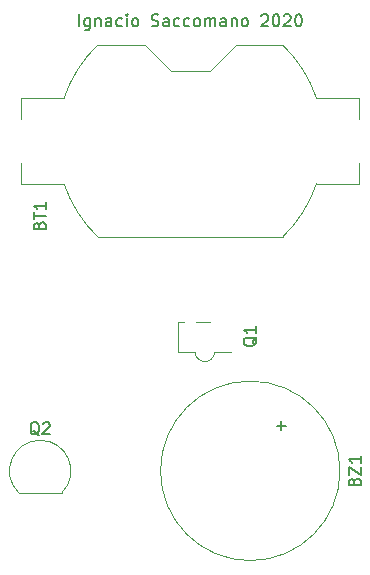
<source format=gbr>
%TF.GenerationSoftware,KiCad,Pcbnew,(5.1.7)-1*%
%TF.CreationDate,2020-12-06T23:53:20-03:00*%
%TF.ProjectId,PrimerProyecto,5072696d-6572-4507-926f-796563746f2e,rev?*%
%TF.SameCoordinates,Original*%
%TF.FileFunction,Legend,Top*%
%TF.FilePolarity,Positive*%
%FSLAX46Y46*%
G04 Gerber Fmt 4.6, Leading zero omitted, Abs format (unit mm)*
G04 Created by KiCad (PCBNEW (5.1.7)-1) date 2020-12-06 23:53:20*
%MOMM*%
%LPD*%
G01*
G04 APERTURE LIST*
%ADD10C,0.150000*%
%ADD11C,0.120000*%
G04 APERTURE END LIST*
D10*
X118865238Y-62682380D02*
X118865238Y-61682380D01*
X119770000Y-62015714D02*
X119770000Y-62825238D01*
X119722380Y-62920476D01*
X119674761Y-62968095D01*
X119579523Y-63015714D01*
X119436666Y-63015714D01*
X119341428Y-62968095D01*
X119770000Y-62634761D02*
X119674761Y-62682380D01*
X119484285Y-62682380D01*
X119389047Y-62634761D01*
X119341428Y-62587142D01*
X119293809Y-62491904D01*
X119293809Y-62206190D01*
X119341428Y-62110952D01*
X119389047Y-62063333D01*
X119484285Y-62015714D01*
X119674761Y-62015714D01*
X119770000Y-62063333D01*
X120246190Y-62015714D02*
X120246190Y-62682380D01*
X120246190Y-62110952D02*
X120293809Y-62063333D01*
X120389047Y-62015714D01*
X120531904Y-62015714D01*
X120627142Y-62063333D01*
X120674761Y-62158571D01*
X120674761Y-62682380D01*
X121579523Y-62682380D02*
X121579523Y-62158571D01*
X121531904Y-62063333D01*
X121436666Y-62015714D01*
X121246190Y-62015714D01*
X121150952Y-62063333D01*
X121579523Y-62634761D02*
X121484285Y-62682380D01*
X121246190Y-62682380D01*
X121150952Y-62634761D01*
X121103333Y-62539523D01*
X121103333Y-62444285D01*
X121150952Y-62349047D01*
X121246190Y-62301428D01*
X121484285Y-62301428D01*
X121579523Y-62253809D01*
X122484285Y-62634761D02*
X122389047Y-62682380D01*
X122198571Y-62682380D01*
X122103333Y-62634761D01*
X122055714Y-62587142D01*
X122008095Y-62491904D01*
X122008095Y-62206190D01*
X122055714Y-62110952D01*
X122103333Y-62063333D01*
X122198571Y-62015714D01*
X122389047Y-62015714D01*
X122484285Y-62063333D01*
X122912857Y-62682380D02*
X122912857Y-62015714D01*
X122912857Y-61682380D02*
X122865238Y-61730000D01*
X122912857Y-61777619D01*
X122960476Y-61730000D01*
X122912857Y-61682380D01*
X122912857Y-61777619D01*
X123531904Y-62682380D02*
X123436666Y-62634761D01*
X123389047Y-62587142D01*
X123341428Y-62491904D01*
X123341428Y-62206190D01*
X123389047Y-62110952D01*
X123436666Y-62063333D01*
X123531904Y-62015714D01*
X123674761Y-62015714D01*
X123770000Y-62063333D01*
X123817619Y-62110952D01*
X123865238Y-62206190D01*
X123865238Y-62491904D01*
X123817619Y-62587142D01*
X123770000Y-62634761D01*
X123674761Y-62682380D01*
X123531904Y-62682380D01*
X125008095Y-62634761D02*
X125150952Y-62682380D01*
X125389047Y-62682380D01*
X125484285Y-62634761D01*
X125531904Y-62587142D01*
X125579523Y-62491904D01*
X125579523Y-62396666D01*
X125531904Y-62301428D01*
X125484285Y-62253809D01*
X125389047Y-62206190D01*
X125198571Y-62158571D01*
X125103333Y-62110952D01*
X125055714Y-62063333D01*
X125008095Y-61968095D01*
X125008095Y-61872857D01*
X125055714Y-61777619D01*
X125103333Y-61730000D01*
X125198571Y-61682380D01*
X125436666Y-61682380D01*
X125579523Y-61730000D01*
X126436666Y-62682380D02*
X126436666Y-62158571D01*
X126389047Y-62063333D01*
X126293809Y-62015714D01*
X126103333Y-62015714D01*
X126008095Y-62063333D01*
X126436666Y-62634761D02*
X126341428Y-62682380D01*
X126103333Y-62682380D01*
X126008095Y-62634761D01*
X125960476Y-62539523D01*
X125960476Y-62444285D01*
X126008095Y-62349047D01*
X126103333Y-62301428D01*
X126341428Y-62301428D01*
X126436666Y-62253809D01*
X127341428Y-62634761D02*
X127246190Y-62682380D01*
X127055714Y-62682380D01*
X126960476Y-62634761D01*
X126912857Y-62587142D01*
X126865238Y-62491904D01*
X126865238Y-62206190D01*
X126912857Y-62110952D01*
X126960476Y-62063333D01*
X127055714Y-62015714D01*
X127246190Y-62015714D01*
X127341428Y-62063333D01*
X128198571Y-62634761D02*
X128103333Y-62682380D01*
X127912857Y-62682380D01*
X127817619Y-62634761D01*
X127770000Y-62587142D01*
X127722380Y-62491904D01*
X127722380Y-62206190D01*
X127770000Y-62110952D01*
X127817619Y-62063333D01*
X127912857Y-62015714D01*
X128103333Y-62015714D01*
X128198571Y-62063333D01*
X128770000Y-62682380D02*
X128674761Y-62634761D01*
X128627142Y-62587142D01*
X128579523Y-62491904D01*
X128579523Y-62206190D01*
X128627142Y-62110952D01*
X128674761Y-62063333D01*
X128770000Y-62015714D01*
X128912857Y-62015714D01*
X129008095Y-62063333D01*
X129055714Y-62110952D01*
X129103333Y-62206190D01*
X129103333Y-62491904D01*
X129055714Y-62587142D01*
X129008095Y-62634761D01*
X128912857Y-62682380D01*
X128770000Y-62682380D01*
X129531904Y-62682380D02*
X129531904Y-62015714D01*
X129531904Y-62110952D02*
X129579523Y-62063333D01*
X129674761Y-62015714D01*
X129817619Y-62015714D01*
X129912857Y-62063333D01*
X129960476Y-62158571D01*
X129960476Y-62682380D01*
X129960476Y-62158571D02*
X130008095Y-62063333D01*
X130103333Y-62015714D01*
X130246190Y-62015714D01*
X130341428Y-62063333D01*
X130389047Y-62158571D01*
X130389047Y-62682380D01*
X131293809Y-62682380D02*
X131293809Y-62158571D01*
X131246190Y-62063333D01*
X131150952Y-62015714D01*
X130960476Y-62015714D01*
X130865238Y-62063333D01*
X131293809Y-62634761D02*
X131198571Y-62682380D01*
X130960476Y-62682380D01*
X130865238Y-62634761D01*
X130817619Y-62539523D01*
X130817619Y-62444285D01*
X130865238Y-62349047D01*
X130960476Y-62301428D01*
X131198571Y-62301428D01*
X131293809Y-62253809D01*
X131770000Y-62015714D02*
X131770000Y-62682380D01*
X131770000Y-62110952D02*
X131817619Y-62063333D01*
X131912857Y-62015714D01*
X132055714Y-62015714D01*
X132150952Y-62063333D01*
X132198571Y-62158571D01*
X132198571Y-62682380D01*
X132817619Y-62682380D02*
X132722380Y-62634761D01*
X132674761Y-62587142D01*
X132627142Y-62491904D01*
X132627142Y-62206190D01*
X132674761Y-62110952D01*
X132722380Y-62063333D01*
X132817619Y-62015714D01*
X132960476Y-62015714D01*
X133055714Y-62063333D01*
X133103333Y-62110952D01*
X133150952Y-62206190D01*
X133150952Y-62491904D01*
X133103333Y-62587142D01*
X133055714Y-62634761D01*
X132960476Y-62682380D01*
X132817619Y-62682380D01*
X134293809Y-61777619D02*
X134341428Y-61730000D01*
X134436666Y-61682380D01*
X134674761Y-61682380D01*
X134770000Y-61730000D01*
X134817619Y-61777619D01*
X134865238Y-61872857D01*
X134865238Y-61968095D01*
X134817619Y-62110952D01*
X134246190Y-62682380D01*
X134865238Y-62682380D01*
X135484285Y-61682380D02*
X135579523Y-61682380D01*
X135674761Y-61730000D01*
X135722380Y-61777619D01*
X135770000Y-61872857D01*
X135817619Y-62063333D01*
X135817619Y-62301428D01*
X135770000Y-62491904D01*
X135722380Y-62587142D01*
X135674761Y-62634761D01*
X135579523Y-62682380D01*
X135484285Y-62682380D01*
X135389047Y-62634761D01*
X135341428Y-62587142D01*
X135293809Y-62491904D01*
X135246190Y-62301428D01*
X135246190Y-62063333D01*
X135293809Y-61872857D01*
X135341428Y-61777619D01*
X135389047Y-61730000D01*
X135484285Y-61682380D01*
X136198571Y-61777619D02*
X136246190Y-61730000D01*
X136341428Y-61682380D01*
X136579523Y-61682380D01*
X136674761Y-61730000D01*
X136722380Y-61777619D01*
X136770000Y-61872857D01*
X136770000Y-61968095D01*
X136722380Y-62110952D01*
X136150952Y-62682380D01*
X136770000Y-62682380D01*
X137389047Y-61682380D02*
X137484285Y-61682380D01*
X137579523Y-61730000D01*
X137627142Y-61777619D01*
X137674761Y-61872857D01*
X137722380Y-62063333D01*
X137722380Y-62301428D01*
X137674761Y-62491904D01*
X137627142Y-62587142D01*
X137579523Y-62634761D01*
X137484285Y-62682380D01*
X137389047Y-62682380D01*
X137293809Y-62634761D01*
X137246190Y-62587142D01*
X137198571Y-62491904D01*
X137150952Y-62301428D01*
X137150952Y-62063333D01*
X137198571Y-61872857D01*
X137246190Y-61777619D01*
X137293809Y-61730000D01*
X137389047Y-61682380D01*
D11*
%TO.C,Q2*%
X113770000Y-102180000D02*
X117370000Y-102180000D01*
X113731522Y-102168478D02*
G75*
G02*
X115570000Y-97730000I1838478J1838478D01*
G01*
X117408478Y-102168478D02*
G75*
G03*
X115570000Y-97730000I-1838478J1838478D01*
G01*
%TO.C,BT1*%
X142580000Y-76000000D02*
X138962000Y-76000000D01*
X142580000Y-74290000D02*
X142580000Y-76000000D01*
X136117300Y-80500000D02*
X120422700Y-80500000D01*
X113960000Y-74290000D02*
X113960000Y-76000000D01*
X117578000Y-76000000D02*
X113960000Y-76000000D01*
X113960000Y-68780000D02*
X117578000Y-68780000D01*
X113960000Y-70490000D02*
X113960000Y-68780000D01*
X120422700Y-64280000D02*
X124410000Y-64280000D01*
X126610000Y-66480000D02*
X124410000Y-64280000D01*
X126610000Y-66480000D02*
X129930000Y-66480000D01*
X129930000Y-66480000D02*
X132130000Y-64280000D01*
X132130000Y-64280000D02*
X136117300Y-64280000D01*
X138962000Y-68780000D02*
X142580000Y-68780000D01*
X142580000Y-70490000D02*
X142580000Y-68780000D01*
X136115370Y-80501789D02*
G75*
G03*
X138962000Y-76000000I-7845370J8111789D01*
G01*
X120424630Y-64278211D02*
G75*
G03*
X117578000Y-68780000I7845370J-8111789D01*
G01*
X120424630Y-80501789D02*
G75*
G02*
X117578000Y-76000000I7845370J8111789D01*
G01*
X136115370Y-64278211D02*
G75*
G02*
X138962000Y-68780000I-7845370J-8111789D01*
G01*
%TO.C,BZ1*%
X140950000Y-100320000D02*
G75*
G03*
X140950000Y-100320000I-7600000J0D01*
G01*
%TO.C,Q1*%
X131740000Y-90300000D02*
X130360000Y-90300000D01*
X128660000Y-90300000D02*
X127200000Y-90300000D01*
X128760000Y-87760000D02*
X129940000Y-87760000D01*
X127200000Y-90300000D02*
X127200000Y-87760000D01*
X127200000Y-87760000D02*
X127770000Y-87760000D01*
X128660000Y-90300000D02*
G75*
G03*
X129610000Y-91050000I850000J100000D01*
G01*
X129410000Y-91050000D02*
G75*
G03*
X130360000Y-90300000I100000J850000D01*
G01*
%TO.C,Q2*%
D10*
X115474761Y-97317619D02*
X115379523Y-97270000D01*
X115284285Y-97174761D01*
X115141428Y-97031904D01*
X115046190Y-96984285D01*
X114950952Y-96984285D01*
X114998571Y-97222380D02*
X114903333Y-97174761D01*
X114808095Y-97079523D01*
X114760476Y-96889047D01*
X114760476Y-96555714D01*
X114808095Y-96365238D01*
X114903333Y-96270000D01*
X114998571Y-96222380D01*
X115189047Y-96222380D01*
X115284285Y-96270000D01*
X115379523Y-96365238D01*
X115427142Y-96555714D01*
X115427142Y-96889047D01*
X115379523Y-97079523D01*
X115284285Y-97174761D01*
X115189047Y-97222380D01*
X114998571Y-97222380D01*
X115808095Y-96317619D02*
X115855714Y-96270000D01*
X115950952Y-96222380D01*
X116189047Y-96222380D01*
X116284285Y-96270000D01*
X116331904Y-96317619D01*
X116379523Y-96412857D01*
X116379523Y-96508095D01*
X116331904Y-96650952D01*
X115760476Y-97222380D01*
X116379523Y-97222380D01*
%TO.C,BT1*%
X115498571Y-79525714D02*
X115546190Y-79382857D01*
X115593809Y-79335238D01*
X115689047Y-79287619D01*
X115831904Y-79287619D01*
X115927142Y-79335238D01*
X115974761Y-79382857D01*
X116022380Y-79478095D01*
X116022380Y-79859047D01*
X115022380Y-79859047D01*
X115022380Y-79525714D01*
X115070000Y-79430476D01*
X115117619Y-79382857D01*
X115212857Y-79335238D01*
X115308095Y-79335238D01*
X115403333Y-79382857D01*
X115450952Y-79430476D01*
X115498571Y-79525714D01*
X115498571Y-79859047D01*
X115022380Y-79001904D02*
X115022380Y-78430476D01*
X116022380Y-78716190D02*
X115022380Y-78716190D01*
X116022380Y-77573333D02*
X116022380Y-78144761D01*
X116022380Y-77859047D02*
X115022380Y-77859047D01*
X115165238Y-77954285D01*
X115260476Y-78049523D01*
X115308095Y-78144761D01*
%TO.C,BZ1*%
X142168571Y-101210952D02*
X142216190Y-101068095D01*
X142263809Y-101020476D01*
X142359047Y-100972857D01*
X142501904Y-100972857D01*
X142597142Y-101020476D01*
X142644761Y-101068095D01*
X142692380Y-101163333D01*
X142692380Y-101544285D01*
X141692380Y-101544285D01*
X141692380Y-101210952D01*
X141740000Y-101115714D01*
X141787619Y-101068095D01*
X141882857Y-101020476D01*
X141978095Y-101020476D01*
X142073333Y-101068095D01*
X142120952Y-101115714D01*
X142168571Y-101210952D01*
X142168571Y-101544285D01*
X141692380Y-100639523D02*
X141692380Y-99972857D01*
X142692380Y-100639523D01*
X142692380Y-99972857D01*
X142692380Y-99068095D02*
X142692380Y-99639523D01*
X142692380Y-99353809D02*
X141692380Y-99353809D01*
X141835238Y-99449047D01*
X141930476Y-99544285D01*
X141978095Y-99639523D01*
X135961428Y-96890952D02*
X135961428Y-96129047D01*
X136342380Y-96510000D02*
X135580476Y-96510000D01*
%TO.C,Q1*%
X133897619Y-88995238D02*
X133850000Y-89090476D01*
X133754761Y-89185714D01*
X133611904Y-89328571D01*
X133564285Y-89423809D01*
X133564285Y-89519047D01*
X133802380Y-89471428D02*
X133754761Y-89566666D01*
X133659523Y-89661904D01*
X133469047Y-89709523D01*
X133135714Y-89709523D01*
X132945238Y-89661904D01*
X132850000Y-89566666D01*
X132802380Y-89471428D01*
X132802380Y-89280952D01*
X132850000Y-89185714D01*
X132945238Y-89090476D01*
X133135714Y-89042857D01*
X133469047Y-89042857D01*
X133659523Y-89090476D01*
X133754761Y-89185714D01*
X133802380Y-89280952D01*
X133802380Y-89471428D01*
X133802380Y-88090476D02*
X133802380Y-88661904D01*
X133802380Y-88376190D02*
X132802380Y-88376190D01*
X132945238Y-88471428D01*
X133040476Y-88566666D01*
X133088095Y-88661904D01*
%TD*%
M02*

</source>
